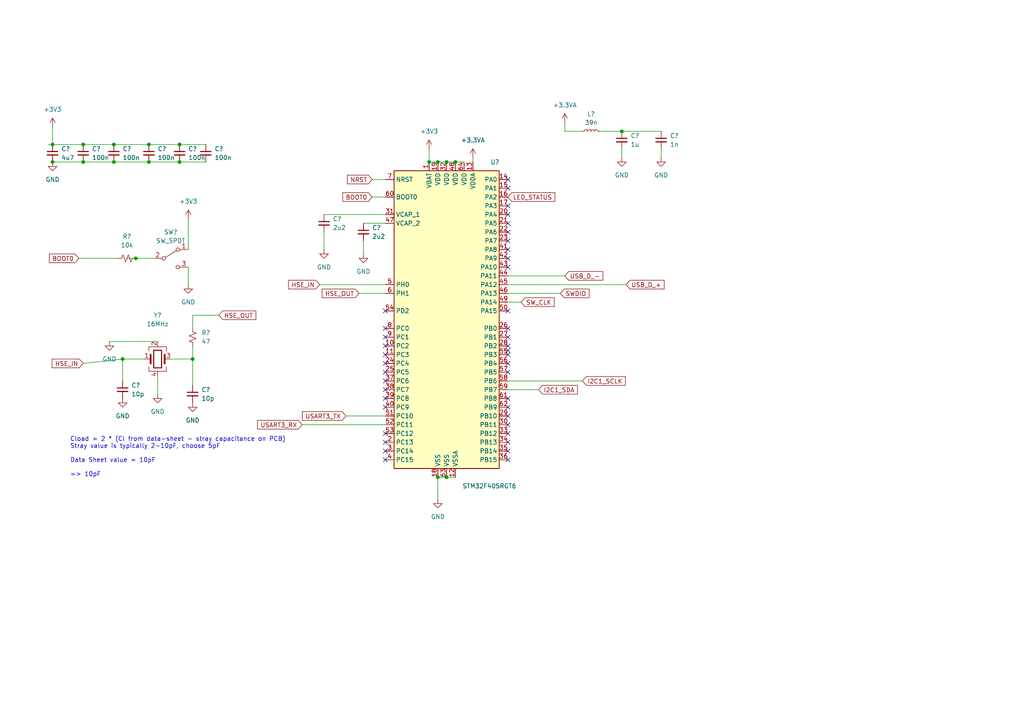
<source format=kicad_sch>
(kicad_sch (version 20211123) (generator eeschema)
  (paper "A4")
  (title_block (title "STM32-USB-OTG") (date "2022-02-17") (rev "V1"))
  (lib_symbols
    (symbol "Device:C_Small" (pin_numbers hide) (pin_names (offset 0.254) hide)
      (property "Reference" "C" (at 0.254 1.778 0))
      (property "Value" "C_Small" (at 0.254 -2.032 0))
      (symbol "C_Small_0_1"
        (polyline (pts (xy -1.524 -0.508) (xy 1.524 -0.508)) (stroke (width 0.3302)))
        (polyline (pts (xy -1.524 0.508) (xy 1.524 0.508)) (stroke (width 0.3048)))
      )
      (symbol "C_Small_1_1"
        (pin passive line (at 0 2.54 270) (length 2.032) (name "~") (number "1"))
        (pin passive line (at 0 -2.54 90) (length 2.032) (name "~") (number "2"))
      )
    )
    (symbol "Device:Crystal_GND24" (pin_names (offset 1.016) hide)
      (property "Reference" "Y" (at 3.175 5.08 0))
      (property "Value" "Crystal_GND24" (at 3.175 3.175 0))
      (symbol "Crystal_GND24_0_1"
        (rectangle (start -1.143 2.54) (end 1.143 -2.54) (stroke (width 0.3048)))
        (polyline (pts (xy -2.54 0) (xy -2.032 0)))
        (polyline (pts (xy -2.032 -1.27) (xy -2.032 1.27)) (stroke (width 0.508)))
        (polyline (pts (xy 0 -3.81) (xy 0 -3.556)))
        (polyline (pts (xy 0 3.556) (xy 0 3.81)))
        (polyline (pts (xy 2.032 -1.27) (xy 2.032 1.27)) (stroke (width 0.508)))
        (polyline (pts (xy 2.032 0) (xy 2.54 0)))
        (polyline (pts (xy -2.54 -2.286) (xy -2.54 -3.556) (xy 2.54 -3.556) (xy 2.54 -2.286)))
        (polyline (pts (xy -2.54 2.286) (xy -2.54 3.556) (xy 2.54 3.556) (xy 2.54 2.286)))
      )
      (symbol "Crystal_GND24_1_1"
        (pin passive line (at -3.81 0 0) (length 1.27) (name "1") (number "1"))
        (pin passive line (at 0 5.08 270) (length 1.27) (name "2") (number "2"))
        (pin passive line (at 3.81 0 180) (length 1.27) (name "3") (number "3"))
        (pin passive line (at 0 -5.08 90) (length 1.27) (name "4") (number "4"))
      )
    )
    (symbol "Device:L_Small" (pin_numbers hide) (pin_names (offset 0.254) hide)
      (property "Reference" "L" (at 0.762 1.016 0))
      (property "Value" "L_Small" (at 0.762 -1.016 0))
      (symbol "L_Small_0_1"
        (arc (start 0 -2.032) (mid 0.508 -1.524) (end 0 -1.016))
        (arc (start 0 -1.016) (mid 0.508 -0.508) (end 0 0))
        (arc (start 0 0) (mid 0.508 0.508) (end 0 1.016))
        (arc (start 0 1.016) (mid 0.508 1.524) (end 0 2.032))
      )
      (symbol "L_Small_1_1"
        (pin passive line (at 0 2.54 270) (length 0.508) (name "~") (number "1"))
        (pin passive line (at 0 -2.54 90) (length 0.508) (name "~") (number "2"))
      )
    )
    (symbol "Device:R_Small_US" (pin_numbers hide) (pin_names (offset 0.254) hide)
      (property "Reference" "R" (at 0.762 0.508 0))
      (property "Value" "R_Small_US" (at 0.762 -1.016 0))
      (symbol "R_Small_US_1_1"
        (polyline (pts (xy 0 0) (xy 1.016 -0.381) (xy 0 -0.762) (xy -1.016 -1.143) (xy 0 -1.524)))
        (polyline (pts (xy 0 1.524) (xy 1.016 1.143) (xy 0 0.762) (xy -1.016 0.381) (xy 0 0)))
        (pin passive line (at 0 2.54 270) (length 1.016) (name "~") (number "1"))
        (pin passive line (at 0 -2.54 90) (length 1.016) (name "~") (number "2"))
      )
    )
    (symbol "MCU_ST_STM32F4:STM32F405RGTx"
      (property "Reference" "U" (at -15.24 44.45 0))
      (property "Value" "STM32F405RGTx" (at 10.16 44.45 0))
      (symbol "STM32F405RGTx_0_1"
        (rectangle (start -15.24 -43.18) (end 15.24 43.18) (stroke (width 0.254)) (fill (type background)))
      )
      (symbol "STM32F405RGTx_1_1"
        (pin power_in line (at -5.08 45.72 270) (length 2.54) (name "VBAT") (number "1"))
        (pin bidirectional line (at -17.78 -7.62 0) (length 2.54) (name "PC2") (number "10"))
        (pin bidirectional line (at -17.78 -10.16 0) (length 2.54) (name "PC3") (number "11"))
        (pin power_in line (at 2.54 -45.72 90) (length 2.54) (name "VSSA") (number "12"))
        (pin power_in line (at 7.62 45.72 270) (length 2.54) (name "VDDA") (number "13"))
        (pin bidirectional line (at 17.78 40.64 180) (length 2.54) (name "PA0") (number "14"))
        (pin bidirectional line (at 17.78 38.1 180) (length 2.54) (name "PA1") (number "15"))
        (pin bidirectional line (at 17.78 35.56 180) (length 2.54) (name "PA2") (number "16"))
        (pin bidirectional line (at 17.78 33.02 180) (length 2.54) (name "PA3") (number "17"))
        (pin power_in line (at -2.54 -45.72 90) (length 2.54) (name "VSS") (number "18"))
        (pin power_in line (at -2.54 45.72 270) (length 2.54) (name "VDD") (number "19"))
        (pin bidirectional line (at -17.78 -35.56 0) (length 2.54) (name "PC13") (number "2"))
        (pin bidirectional line (at 17.78 30.48 180) (length 2.54) (name "PA4") (number "20"))
        (pin bidirectional line (at 17.78 27.94 180) (length 2.54) (name "PA5") (number "21"))
        (pin bidirectional line (at 17.78 25.4 180) (length 2.54) (name "PA6") (number "22"))
        (pin bidirectional line (at 17.78 22.86 180) (length 2.54) (name "PA7") (number "23"))
        (pin bidirectional line (at -17.78 -12.7 0) (length 2.54) (name "PC4") (number "24"))
        (pin bidirectional line (at -17.78 -15.24 0) (length 2.54) (name "PC5") (number "25"))
        (pin bidirectional line (at 17.78 -2.54 180) (length 2.54) (name "PB0") (number "26"))
        (pin bidirectional line (at 17.78 -5.08 180) (length 2.54) (name "PB1") (number "27"))
        (pin bidirectional line (at 17.78 -7.62 180) (length 2.54) (name "PB2") (number "28"))
        (pin bidirectional line (at 17.78 -27.94 180) (length 2.54) (name "PB10") (number "29"))
        (pin bidirectional line (at -17.78 -38.1 0) (length 2.54) (name "PC14") (number "3"))
        (pin bidirectional line (at 17.78 -30.48 180) (length 2.54) (name "PB11") (number "30"))
        (pin power_in line (at -17.78 30.48 0) (length 2.54) (name "VCAP_1") (number "31"))
        (pin power_in line (at 0 45.72 270) (length 2.54) (name "VDD") (number "32"))
        (pin bidirectional line (at 17.78 -33.02 180) (length 2.54) (name "PB12") (number "33"))
        (pin bidirectional line (at 17.78 -35.56 180) (length 2.54) (name "PB13") (number "34"))
        (pin bidirectional line (at 17.78 -38.1 180) (length 2.54) (name "PB14") (number "35"))
        (pin bidirectional line (at 17.78 -40.64 180) (length 2.54) (name "PB15") (number "36"))
        (pin bidirectional line (at -17.78 -17.78 0) (length 2.54) (name "PC6") (number "37"))
        (pin bidirectional line (at -17.78 -20.32 0) (length 2.54) (name "PC7") (number "38"))
        (pin bidirectional line (at -17.78 -22.86 0) (length 2.54) (name "PC8") (number "39"))
        (pin bidirectional line (at -17.78 -40.64 0) (length 2.54) (name "PC15") (number "4"))
        (pin bidirectional line (at -17.78 -25.4 0) (length 2.54) (name "PC9") (number "40"))
        (pin bidirectional line (at 17.78 20.32 180) (length 2.54) (name "PA8") (number "41"))
        (pin bidirectional line (at 17.78 17.78 180) (length 2.54) (name "PA9") (number "42"))
        (pin bidirectional line (at 17.78 15.24 180) (length 2.54) (name "PA10") (number "43"))
        (pin bidirectional line (at 17.78 12.7 180) (length 2.54) (name "PA11") (number "44"))
        (pin bidirectional line (at 17.78 10.16 180) (length 2.54) (name "PA12") (number "45"))
        (pin bidirectional line (at 17.78 7.62 180) (length 2.54) (name "PA13") (number "46"))
        (pin power_in line (at -17.78 27.94 0) (length 2.54) (name "VCAP_2") (number "47"))
        (pin power_in line (at 2.54 45.72 270) (length 2.54) (name "VDD") (number "48"))
        (pin bidirectional line (at 17.78 5.08 180) (length 2.54) (name "PA14") (number "49"))
        (pin input line (at -17.78 10.16 0) (length 2.54) (name "PH0") (number "5"))
        (pin bidirectional line (at 17.78 2.54 180) (length 2.54) (name "PA15") (number "50"))
        (pin bidirectional line (at -17.78 -27.94 0) (length 2.54) (name "PC10") (number "51"))
        (pin bidirectional line (at -17.78 -30.48 0) (length 2.54) (name "PC11") (number "52"))
        (pin bidirectional line (at -17.78 -33.02 0) (length 2.54) (name "PC12") (number "53"))
        (pin bidirectional line (at -17.78 2.54 0) (length 2.54) (name "PD2") (number "54"))
        (pin bidirectional line (at 17.78 -10.16 180) (length 2.54) (name "PB3") (number "55"))
        (pin bidirectional line (at 17.78 -12.7 180) (length 2.54) (name "PB4") (number "56"))
        (pin bidirectional line (at 17.78 -15.24 180) (length 2.54) (name "PB5") (number "57"))
        (pin bidirectional line (at 17.78 -17.78 180) (length 2.54) (name "PB6") (number "58"))
        (pin bidirectional line (at 17.78 -20.32 180) (length 2.54) (name "PB7") (number "59"))
        (pin input line (at -17.78 7.62 0) (length 2.54) (name "PH1") (number "6"))
        (pin input line (at -17.78 35.56 0) (length 2.54) (name "BOOT0") (number "60"))
        (pin bidirectional line (at 17.78 -22.86 180) (length 2.54) (name "PB8") (number "61"))
        (pin bidirectional line (at 17.78 -25.4 180) (length 2.54) (name "PB9") (number "62"))
        (pin power_in line (at 0 -45.72 90) (length 2.54) (name "VSS") (number "63"))
        (pin power_in line (at 5.08 45.72 270) (length 2.54) (name "VDD") (number "64"))
        (pin input line (at -17.78 40.64 0) (length 2.54) (name "NRST") (number "7"))
        (pin bidirectional line (at -17.78 -2.54 0) (length 2.54) (name "PC0") (number "8"))
        (pin bidirectional line (at -17.78 -5.08 0) (length 2.54) (name "PC1") (number "9"))
      )
    )
    (symbol "Switch:SW_SPDT" (pin_names (offset 0) hide)
      (property "Reference" "SW" (at 0 4.318 0))
      (property "Value" "SW_SPDT" (at 0 -5.08 0))
      (symbol "SW_SPDT_0_0"
        (circle (center -2.032 0) (radius 0.508))
        (circle (center 2.032 -2.54) (radius 0.508))
      )
      (symbol "SW_SPDT_0_1"
        (polyline (pts (xy -1.524 0.254) (xy 1.651 2.286)))
        (circle (center 2.032 2.54) (radius 0.508))
      )
      (symbol "SW_SPDT_1_1"
        (pin passive line (at 5.08 2.54 180) (length 2.54) (name "A") (number "1"))
        (pin passive line (at -5.08 0 0) (length 2.54) (name "B") (number "2"))
        (pin passive line (at 5.08 -2.54 180) (length 2.54) (name "C") (number "3"))
      )
    )
    (symbol "power:+3.3V" (power) (pin_names (offset 0))
      (property "Value" "+3.3V" (at 0 3.556 0))
      (symbol "+3.3V_0_1"
        (polyline (pts (xy -0.762 1.27) (xy 0 2.54)))
        (polyline (pts (xy 0 0) (xy 0 2.54)))
        (polyline (pts (xy 0 2.54) (xy 0.762 1.27)))
      )
      (symbol "+3.3V_1_1"
        (pin power_in line (at 0 0 90) (length 0) hide (name "+3V3") (number "1"))
      )
    )
    (symbol "power:+3.3VA" (power) (pin_names (offset 0))
      (property "Value" "+3.3VA" (at 0 3.556 0))
      (symbol "+3.3VA_0_1"
        (polyline (pts (xy -0.762 1.27) (xy 0 2.54)))
        (polyline (pts (xy 0 0) (xy 0 2.54)))
        (polyline (pts (xy 0 2.54) (xy 0.762 1.27)))
      )
      (symbol "+3.3VA_1_1"
        (pin power_in line (at 0 0 90) (length 0) hide (name "+3.3VA") (number "1"))
      )
    )
    (symbol "power:+3V3" (power) (pin_names (offset 0))
      (property "Value" "+3V3" (at 0 3.556 0))
      (symbol "+3V3_0_1"
        (polyline (pts (xy -0.762 1.27) (xy 0 2.54)))
        (polyline (pts (xy 0 0) (xy 0 2.54)))
        (polyline (pts (xy 0 2.54) (xy 0.762 1.27)))
      )
      (symbol "+3V3_1_1"
        (pin power_in line (at 0 0 90) (length 0) hide (name "+3V3") (number "1"))
      )
    )
    (symbol "power:GND" (power) (pin_names (offset 0))
      (property "Value" "GND" (at 0 -3.81 0))
      (symbol "GND_0_1"
        (polyline (pts (xy 0 0) (xy 0 -1.27) (xy 1.27 -1.27) (xy 0 -2.54) (xy -1.27 -1.27) (xy 0 -1.27)))
      )
      (symbol "GND_1_1"
        (pin power_in line (at 0 0 270) (length 0) hide (name "GND") (number "1"))
      )
    )
  )
  (junction (at 24.13 46.99))
  (junction (at 43.18 46.99))
  (junction (at 15.24 46.99))
  (junction (at 180.34 38.1))
  (junction (at 127 138.43))
  (junction (at 129.54 46.99))
  (junction (at 33.02 41.91))
  (junction (at 52.07 46.99))
  (junction (at 127 46.99))
  (junction (at 39.37 74.93))
  (junction (at 55.88 104.14))
  (junction (at 24.13 41.91))
  (junction (at 43.18 41.91))
  (junction (at 15.24 41.91))
  (junction (at 52.07 41.91))
  (junction (at 132.08 46.99))
  (junction (at 33.02 46.99))
  (junction (at 129.54 138.43))
  (junction (at 124.46 46.99))
  (junction (at 35.56 104.14))
  (no_connect (at 147.32 52.07))
  (no_connect (at 147.32 54.61))
  (no_connect (at 147.32 64.77))
  (no_connect (at 147.32 67.31))
  (no_connect (at 147.32 69.85))
  (no_connect (at 147.32 72.39))
  (no_connect (at 147.32 74.93))
  (no_connect (at 147.32 77.47))
  (no_connect (at 111.76 133.35))
  (no_connect (at 111.76 130.81))
  (no_connect (at 111.76 128.27))
  (no_connect (at 147.32 115.57))
  (no_connect (at 147.32 118.11))
  (no_connect (at 147.32 120.65))
  (no_connect (at 147.32 123.19))
  (no_connect (at 147.32 125.73))
  (no_connect (at 147.32 128.27))
  (no_connect (at 147.32 130.81))
  (no_connect (at 147.32 133.35))
  (no_connect (at 111.76 118.11))
  (no_connect (at 111.76 115.57))
  (no_connect (at 111.76 113.03))
  (no_connect (at 111.76 110.49))
  (no_connect (at 111.76 107.95))
  (no_connect (at 147.32 59.69))
  (no_connect (at 147.32 62.23))
  (no_connect (at 111.76 125.73))
  (no_connect (at 111.76 105.41))
  (no_connect (at 111.76 102.87))
  (no_connect (at 111.76 100.33))
  (no_connect (at 111.76 97.79))
  (no_connect (at 111.76 95.25))
  (no_connect (at 111.76 90.17))
  (no_connect (at 147.32 105.41))
  (no_connect (at 147.32 107.95))
  (no_connect (at 147.32 90.17))
  (no_connect (at 147.32 95.25))
  (no_connect (at 147.32 97.79))
  (no_connect (at 147.32 100.33))
  (no_connect (at 147.32 101.6))
  (no_connect (at 147.32 102.87))
  (wire (pts (xy 105.41 73.66) (xy 105.41 69.85)))
  (wire (pts (xy 156.21 113.03) (xy 147.32 113.03)))
  (wire (pts (xy 44.45 74.93) (xy 39.37 74.93)))
  (wire (pts (xy 127 46.99) (xy 124.46 46.99)))
  (wire (pts (xy 168.91 110.49) (xy 147.32 110.49)))
  (wire (pts (xy 35.56 110.49) (xy 35.56 104.14)))
  (wire (pts (xy 43.18 46.99) (xy 52.07 46.99)))
  (wire (pts (xy 105.41 64.77) (xy 111.76 64.77)))
  (wire (pts (xy 49.53 104.14) (xy 55.88 104.14)))
  (wire (pts (xy 132.08 138.43) (xy 129.54 138.43)))
  (wire (pts (xy 180.34 43.18) (xy 180.34 45.72)))
  (wire (pts (xy 43.18 41.91) (xy 33.02 41.91)))
  (wire (pts (xy 52.07 41.91) (xy 43.18 41.91)))
  (wire (pts (xy 104.14 85.09) (xy 111.76 85.09)))
  (wire (pts (xy 59.69 41.91) (xy 52.07 41.91)))
  (wire (pts (xy 24.13 46.99) (xy 33.02 46.99)))
  (wire (pts (xy 31.75 99.06) (xy 45.72 99.06)))
  (wire (pts (xy 24.13 105.41) (xy 35.56 104.14)))
  (wire (pts (xy 55.88 91.44) (xy 63.5 91.44)))
  (wire (pts (xy 129.54 138.43) (xy 127 138.43)))
  (wire (pts (xy 163.83 35.56) (xy 163.83 38.1)))
  (wire (pts (xy 147.32 85.09) (xy 162.56 85.09)))
  (wire (pts (xy 191.77 43.18) (xy 191.77 45.72)))
  (wire (pts (xy 100.33 120.65) (xy 111.76 120.65)))
  (wire (pts (xy 33.02 41.91) (xy 24.13 41.91)))
  (wire (pts (xy 107.95 52.07) (xy 111.76 52.07)))
  (wire (pts (xy 87.63 123.19) (xy 111.76 123.19)))
  (wire (pts (xy 54.61 72.39) (xy 54.61 63.5)))
  (wire (pts (xy 127 46.99) (xy 129.54 46.99)))
  (wire (pts (xy 134.62 46.99) (xy 132.08 46.99)))
  (wire (pts (xy 93.98 72.39) (xy 93.98 67.31)))
  (wire (pts (xy 124.46 43.18) (xy 124.46 46.99)))
  (wire (pts (xy 127 138.43) (xy 127 144.78)))
  (wire (pts (xy 36.83 74.93) (xy 39.37 74.93)))
  (wire (pts (xy 107.95 57.15) (xy 111.76 57.15)))
  (wire (pts (xy 15.24 41.91) (xy 24.13 41.91)))
  (wire (pts (xy 173.99 38.1) (xy 180.34 38.1)))
  (wire (pts (xy 163.83 80.01) (xy 147.32 80.01)))
  (wire (pts (xy 35.56 104.14) (xy 41.91 104.14)))
  (wire (pts (xy 129.54 46.99) (xy 132.08 46.99)))
  (wire (pts (xy 15.24 46.99) (xy 24.13 46.99)))
  (wire (pts (xy 147.32 82.55) (xy 181.61 82.55)))
  (wire (pts (xy 151.13 87.63) (xy 147.32 87.63)))
  (wire (pts (xy 33.02 46.99) (xy 43.18 46.99)))
  (wire (pts (xy 45.72 109.22) (xy 45.72 114.3)))
  (wire (pts (xy 180.34 38.1) (xy 191.77 38.1)))
  (wire (pts (xy 55.88 95.25) (xy 55.88 91.44)))
  (wire (pts (xy 54.61 82.55) (xy 54.61 77.47)))
  (wire (pts (xy 137.16 45.72) (xy 137.16 46.99)))
  (wire (pts (xy 22.86 74.93) (xy 34.29 74.93)))
  (wire (pts (xy 55.88 104.14) (xy 55.88 111.76)))
  (wire (pts (xy 15.24 41.91) (xy 15.24 36.83)))
  (wire (pts (xy 163.83 38.1) (xy 168.91 38.1)))
  (wire (pts (xy 55.88 100.33) (xy 55.88 104.14)))
  (wire (pts (xy 13.97 41.91) (xy 15.24 41.91)))
  (wire (pts (xy 93.98 62.23) (xy 111.76 62.23)))
  (wire (pts (xy 52.07 46.99) (xy 59.69 46.99)))
  (wire (pts (xy 92.71 82.55) (xy 111.76 82.55)))
  (text "Cload = 2 * (Cl from data-sheet - stray capacitance on PCB)\nStray value is typically 2-10pF, choose 5pF\n\nData Sheet value = 10pF\n\n=> 10pF" (at 20.32 138.43 0) (effects (font (size 1.27 1.27)) (justify left bottom)))
  (global_label "HSE_OUT" (shape input) (at 104.14 85.09 180) (property "Intersheet References" "${INTERSHEET_REFS}" (effects hide)))
  (global_label "HSE_IN" (shape input) (at 24.13 105.41 180) (property "Intersheet References" "${INTERSHEET_REFS}" (effects hide)))
  (global_label "I2C1_SCLK" (shape input) (at 168.91 110.49 0) (property "Intersheet References" "${INTERSHEET_REFS}" (effects hide)))
  (global_label "HSE_IN" (shape input) (at 92.71 82.55 180) (property "Intersheet References" "${INTERSHEET_REFS}" (effects hide)))
  (global_label "USB_D_-" (shape input) (at 163.83 80.01 0) (property "Intersheet References" "${INTERSHEET_REFS}" (effects hide)))
  (global_label "LED_STATUS" (shape input) (at 147.32 57.15 0) (property "Intersheet References" "${INTERSHEET_REFS}" (effects hide)))
  (global_label "SW_CLK" (shape input) (at 151.13 87.63 0) (property "Intersheet References" "${INTERSHEET_REFS}" (effects hide)))
  (global_label "NRST" (shape input) (at 107.95 52.07 180) (property "Intersheet References" "${INTERSHEET_REFS}" (effects hide)))
  (global_label "USART3_TX" (shape input) (at 100.33 120.65 180) (property "Intersheet References" "${INTERSHEET_REFS}" (effects hide)))
  (global_label "USART3_RX" (shape input) (at 87.63 123.19 180) (property "Intersheet References" "${INTERSHEET_REFS}" (effects hide)))
  (global_label "SWDIO" (shape input) (at 162.56 85.09 0) (property "Intersheet References" "${INTERSHEET_REFS}" (effects hide)))
  (global_label "I2C1_SDA" (shape input) (at 156.21 113.03 0) (property "Intersheet References" "${INTERSHEET_REFS}" (effects hide)))
  (global_label "USB_D_+" (shape input) (at 181.61 82.55 0) (property "Intersheet References" "${INTERSHEET_REFS}" (effects hide)))
  (global_label "HSE_OUT" (shape input) (at 63.5 91.44 0) (property "Intersheet References" "${INTERSHEET_REFS}" (effects hide)))
  (global_label "BOOT0" (shape input) (at 107.95 57.15 180) (property "Intersheet References" "${INTERSHEET_REFS}" (effects hide)))
  (global_label "BOOT0" (shape input) (at 22.86 74.93 180) (property "Intersheet References" "${INTERSHEET_REFS}" (effects hide)))
  (symbol (lib_id "power:GND") (at 54.61 82.55 0) (unit 1)
    (property "Reference" "#PWR?" (effects hide))
    (property "Value" "GND" (at 54.61 87.63 0))
  )
  (symbol (lib_id "power:GND") (at 93.98 72.39 0) (unit 1)
    (property "Reference" "#PWR?" (effects hide))
    (property "Value" "GND" (at 93.98 77.47 0))
  )
  (symbol (lib_id "power:GND") (at 45.72 114.3 0) (unit 1)
    (property "Reference" "#PWR?" (effects hide))
    (property "Value" "GND" (at 45.72 119.38 0))
  )
  (symbol (lib_id "Device:C_Small") (at 33.02 44.45 0) (unit 1)
    (property "Reference" "C?" (at 35.56 43.1862 0) (effects (justify left)))
    (property "Value" "100n" (at 35.56 45.7262 0) (effects (justify left)))
  )
  (symbol (lib_id "power:+3.3V") (at 124.46 43.18 0) (unit 1)
    (property "Reference" "#PWR?" (effects hide))
    (property "Value" "+3.3V" (at 124.46 38.1 0))
  )
  (symbol (lib_id "Device:C_Small") (at 52.07 44.45 0) (unit 1)
    (property "Reference" "C?" (at 54.61 43.1862 0) (effects (justify left)))
    (property "Value" "100n" (at 54.61 45.7262 0) (effects (justify left)))
  )
  (symbol (lib_id "Device:L_Small") (at 171.45 38.1 90) (unit 1)
    (property "Reference" "L?" (at 171.45 33.02 90))
    (property "Value" "39n" (at 171.45 35.56 90))
  )
  (symbol (lib_id "power:GND") (at 55.88 116.84 0) (unit 1)
    (property "Reference" "#PWR?" (effects hide))
    (property "Value" "GND" (at 55.88 121.92 0))
  )
  (symbol (lib_id "Switch:SW_SPDT") (at 49.53 74.93 0) (unit 1)
    (property "Reference" "SW?" (at 49.53 67.31 0))
    (property "Value" "SW_SPDT" (at 49.53 69.85 0))
  )
  (symbol (lib_id "Device:C_Small") (at 15.24 44.45 0) (unit 1)
    (property "Reference" "C?" (at 17.78 43.1862 0) (effects (justify left)))
    (property "Value" "4u7" (at 17.78 45.7262 0) (effects (justify left)))
  )
  (symbol (lib_id "Device:C_Small") (at 93.98 64.77 0) (unit 1)
    (property "Reference" "C?" (at 96.52 63.5062 0) (effects (justify left)))
    (property "Value" "2u2" (at 96.52 66.0462 0) (effects (justify left)))
  )
  (symbol (lib_id "Device:C_Small") (at 105.41 67.31 0) (unit 1)
    (property "Reference" "C?" (at 107.95 66.0462 0) (effects (justify left)))
    (property "Value" "2u2" (at 107.95 68.5862 0) (effects (justify left)))
  )
  (symbol (lib_id "Device:C_Small") (at 59.69 44.45 0) (unit 1)
    (property "Reference" "C?" (at 62.23 43.1862 0) (effects (justify left)))
    (property "Value" "100n" (at 62.23 45.7262 0) (effects (justify left)))
  )
  (symbol (lib_id "MCU_ST_STM32F4:STM32F405RGTx") (at 129.54 92.71 0) (unit 1)
    (property "Reference" "U?" (at 142.24 46.99 0) (effects (justify left)))
    (property "Value" "STM32F405RGT6" (at 134.0994 140.97 0) (effects (justify left)))
    (property "Footprint" "Package_QFP:LQFP-64_10x10mm_P0.5mm" (effects hide))
    (property "Datasheet" "http://www.st.com/st-web-ui/static/active/en/resource/technical/document/datasheet/DM00037051.pdf" (effects hide))
  )
  (symbol (lib_id "power:GND") (at 31.75 99.06 0) (unit 1)
    (property "Reference" "#PWR?" (effects hide))
    (property "Value" "GND" (at 31.75 104.14 0))
  )
  (symbol (lib_id "Device:C_Small") (at 180.34 40.64 0) (unit 1)
    (property "Reference" "C?" (at 182.88 39.3762 0) (effects (justify left)))
    (property "Value" "1u" (at 182.88 41.9162 0) (effects (justify left)))
  )
  (symbol (lib_id "Device:C_Small") (at 35.56 113.03 0) (unit 1)
    (property "Reference" "C?" (at 38.1 111.7662 0) (effects (justify left)))
    (property "Value" "10p" (at 38.1 114.3062 0) (effects (justify left)))
  )
  (symbol (lib_id "power:+3V3") (at 54.61 63.5 0) (unit 1)
    (property "Reference" "#PWR?" (effects hide))
    (property "Value" "+3V3" (at 54.61 58.42 0))
  )
  (symbol (lib_id "Device:C_Small") (at 24.13 44.45 0) (unit 1)
    (property "Reference" "C?" (at 26.67 43.1862 0) (effects (justify left)))
    (property "Value" "100n" (at 26.67 45.7262 0) (effects (justify left)))
  )
  (symbol (lib_id "power:GND") (at 105.41 73.66 0) (unit 1)
    (property "Reference" "#PWR?" (effects hide))
    (property "Value" "GND" (at 105.41 78.74 0))
  )
  (symbol (lib_id "Device:R_Small_US") (at 36.83 74.93 90) (unit 1)
    (property "Reference" "R?" (at 36.83 68.58 90))
    (property "Value" "10k" (at 36.83 71.12 90))
  )
  (symbol (lib_id "power:GND") (at 180.34 45.72 0) (unit 1)
    (property "Reference" "#PWR?" (effects hide))
    (property "Value" "GND" (at 180.34 50.8 0))
  )
  (symbol (lib_id "power:GND") (at 35.56 115.57 0) (unit 1)
    (property "Reference" "#PWR?" (effects hide))
    (property "Value" "GND" (at 35.56 120.65 0))
  )
  (symbol (lib_id "power:+3.3VA") (at 163.83 35.56 0) (unit 1)
    (property "Reference" "#PWR?" (effects hide))
    (property "Value" "+3.3VA" (at 163.83 30.48 0))
  )
  (symbol (lib_id "power:GND") (at 191.77 45.72 0) (unit 1)
    (property "Reference" "#PWR?" (effects hide))
    (property "Value" "GND" (at 191.77 50.8 0))
  )
  (symbol (lib_id "Device:C_Small") (at 43.18 44.45 0) (unit 1)
    (property "Reference" "C?" (at 45.72 43.1862 0) (effects (justify left)))
    (property "Value" "100n" (at 45.72 45.7262 0) (effects (justify left)))
  )
  (symbol (lib_id "Device:Crystal_GND24") (at 45.72 104.14 0) (unit 1)
    (property "Reference" "Y?" (at 45.72 91.44 0))
    (property "Value" "16MHz" (at 45.72 93.98 0))
  )
  (symbol (lib_id "Device:R_Small_US") (at 55.88 97.79 0) (unit 1)
    (property "Reference" "R?" (at 58.42 96.5199 0) (effects (justify left)))
    (property "Value" "47" (at 58.42 99.0599 0) (effects (justify left)))
  )
  (symbol (lib_id "power:GND") (at 15.24 46.99 0) (unit 1)
    (property "Reference" "#PWR?" (effects hide))
    (property "Value" "GND" (at 15.24 52.07 0))
  )
  (symbol (lib_id "power:+3.3VA") (at 137.16 45.72 0) (unit 1)
    (property "Reference" "#PWR?" (effects hide))
    (property "Value" "+3.3VA" (at 137.16 40.64 0))
  )
  (symbol (lib_id "power:GND") (at 127 144.78 0) (unit 1)
    (property "Reference" "#PWR?" (effects hide))
    (property "Value" "GND" (at 127 149.86 0))
  )
  (symbol (lib_id "power:+3V3") (at 15.24 36.83 0) (unit 1)
    (property "Reference" "#PWR?" (effects hide))
    (property "Value" "+3V3" (at 15.24 31.75 0))
  )
  (symbol (lib_id "Device:C_Small") (at 55.88 114.3 0) (unit 1)
    (property "Reference" "C?" (at 58.42 113.0362 0) (effects (justify left)))
    (property "Value" "10p" (at 58.42 115.5762 0) (effects (justify left)))
  )
  (symbol (lib_id "Device:C_Small") (at 191.77 40.64 0) (unit 1)
    (property "Reference" "C?" (at 194.31 39.3762 0) (effects (justify left)))
    (property "Value" "1n" (at 194.31 41.9162 0) (effects (justify left)))
  )
)
</source>
